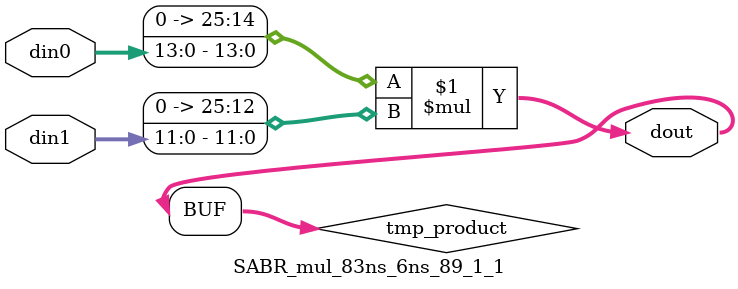
<source format=v>

`timescale 1 ns / 1 ps

 module SABR_mul_83ns_6ns_89_1_1(din0, din1, dout);
parameter ID = 1;
parameter NUM_STAGE = 0;
parameter din0_WIDTH = 14;
parameter din1_WIDTH = 12;
parameter dout_WIDTH = 26;

input [din0_WIDTH - 1 : 0] din0; 
input [din1_WIDTH - 1 : 0] din1; 
output [dout_WIDTH - 1 : 0] dout;

wire signed [dout_WIDTH - 1 : 0] tmp_product;
























assign tmp_product = $signed({1'b0, din0}) * $signed({1'b0, din1});











assign dout = tmp_product;





















endmodule

</source>
